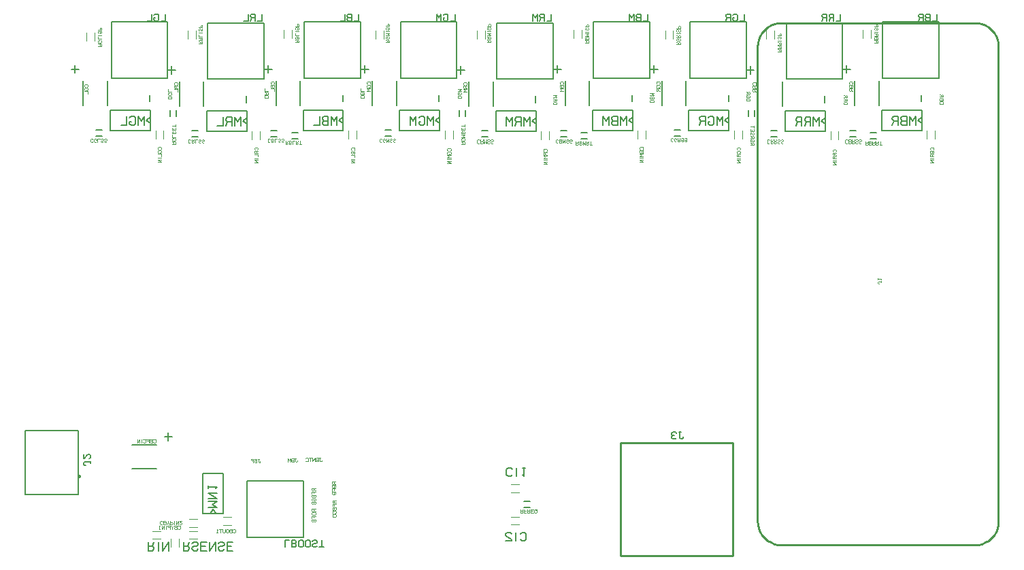
<source format=gbr>
%FSTAX24Y24*%
%MOIN*%
%IN SILK2.GBR *%
%ADD10C,0.0028*%
%ADD11C,0.0040*%
%ADD12C,0.0050*%
%ADD13C,0.0056*%
%ADD14C,0.0071*%
%ADD15C,0.0100*%
D11*X007992Y00187D02*G01X008386D01*Y001476D02*X007992D01*
X015787Y020512D02*Y020906D01*X016181D02*Y020512D01*D12*
X036784Y020598D02*X036484D01*X036784Y020898D02*X036484D01*
X008437Y020598D02*X008137D01*X008437Y020898D02*X008137D01*
X032059Y020637D02*X031759D01*X032059Y020937D02*X031759D01*
X040648Y02059D02*X040348D01*X040648Y02089D02*X040348D01*
X04388Y020915D02*X04192D01*Y021915D01*X04388D01*Y020915D01*Y021265D01*
X04368Y021415D01*X04388Y021565D01*Y020915D01*X022611Y020598D02*
X022311D01*X022611Y020898D02*X022311D01*X021693Y023287D02*Y022106D01*
X022874Y023287D02*Y022106D01*X021299Y024075D02*Y023681D01*
X021102Y023878D02*X021496D01*D11*X027205Y025827D02*Y025433D01*
X026811D02*Y025827D01*X031699Y025793D02*Y0254D01*X031306D02*Y025793D01*
D12*X026474Y02059D02*X026174D01*X026474Y02089D02*X026174D01*
X020236Y022323D02*Y022638D01*X015512Y022323D02*Y022638D01*
X034409Y022323D02*Y022638D01*X024674Y002425D02*X024374D01*
X024674Y002725D02*X024374D01*X024449Y026181D02*X025827D01*Y023425D01*
X023071D01*Y026181D01*X024449D01*X-000059Y004626D02*Y006201D01*
X002539D01*Y003051D01*X-000059D01*Y004626D01*X002579Y003957D02*
X002584Y003976D01*X002598Y003991D01*X002618Y003996D01*
X002638Y003991D01*X002652Y003976D01*X002657Y003957D01*
X002652Y003937D01*X002638Y003923D01*X002618Y003917D01*
X002598Y003923D01*X002584Y003937D01*X002579Y003957D01*
X034431Y020915D02*X032471D01*Y021915D01*X034431D01*Y020915D01*
Y021265D01*X034231Y021415D01*X034431Y021565D01*Y020915D01*
X035702Y021885D02*Y021585D01*X035402Y021885D02*Y021585D01*D11*
X020512Y020512D02*Y020906D01*X020906D02*Y020512D01*D12*
X031142Y023327D02*Y022146D01*X032323Y023327D02*Y022146D01*
X030748Y024114D02*Y02372D01*X030551Y023917D02*X030945D01*
X029685Y022323D02*Y022638D01*X043346Y02622D02*X044724D01*Y023465D01*
X041969D01*Y02622D01*X043346D01*D15*X047638Y001772D02*Y025D01*
X046457Y026181D02*X037008D01*X035827Y001772D02*Y025D01*
X046457Y000591D02*X037008D01*X046457D02*X046641Y000605D01*
X046822Y000648D01*X046993Y000719D01*X047151Y000816D01*
X047292Y000936D01*X047412Y001077D01*X047509Y001235D01*X04758Y001407D01*
X047623Y001587D01*X047638Y001772D01*X035827D02*X035841Y001587D01*
X035885Y001407D01*X035956Y001235D01*X036052Y001077D01*
X036173Y000936D01*X036314Y000816D01*X036472Y000719D01*
X036643Y000648D01*X036823Y000605D01*X037008Y000591D01*Y026181D02*
X036823Y026167D01*X036643Y026123D01*X036472Y026052D01*
X036314Y025956D01*X036173Y025835D01*X036052Y025694D01*
X035956Y025536D01*X035885Y025365D01*X035841Y025185D01*X035827Y025D01*
X047638D02*X047623Y025185D01*X04758Y025365D01*X047509Y025536D01*
X047412Y025694D01*X047292Y025835D01*X047151Y025956D01*
X046993Y026052D01*X046822Y026123D01*X046641Y026167D01*
X046457Y026181D01*D12*X010276D02*X011654D01*Y023425D01*X008898D01*
Y026181D01*X010276D01*X033898Y02622D02*X035276D01*Y023465D01*X03252D01*
Y02622D01*X033898D01*X024961Y022283D02*Y022598D01*D11*
X025236Y020472D02*Y020866D01*X02563D02*Y020472D01*D12*
X016969Y023327D02*Y022146D01*X01815Y023327D02*Y022146D01*
X016575Y024114D02*Y02372D01*X016378Y023917D02*X016772D01*D11*
X02248Y025787D02*Y025394D01*X022087D02*Y025787D01*X008307D02*
Y025394D01*X007913D02*Y025787D01*D12*X007356Y021885D02*Y021585D01*
X007056Y021885D02*Y021585D01*D11*X011063Y020472D02*Y020866D01*
X011457D02*Y020472D01*D12*X019724Y02622D02*X021102D01*Y023465D01*
X018346D01*Y02622D01*X019724D01*X010787Y022283D02*Y022598D01*
X012301Y02059D02*X012001D01*X012301Y02089D02*X012001D01*
X006063Y022323D02*Y022638D01*X00752Y023287D02*Y022106D01*
X008701Y023287D02*Y022106D01*X007126Y024075D02*Y023681D01*
X006929Y023878D02*X007323D01*X012244Y023327D02*Y022146D01*
X013425Y023327D02*Y022146D01*X01185Y024114D02*Y02372D01*
X011654Y023917D02*X012047D01*X041657Y02049D02*X041357D01*
X041657Y02079D02*X041357D01*D11*X041378Y025827D02*Y025433D01*
X040984D02*Y025827D01*X029961Y020512D02*Y020906D01*X030354D02*
Y020512D01*D12*X035866Y023287D02*Y022106D01*X037047Y023287D02*
Y022106D01*X035472Y024075D02*Y023681D01*X035276Y023878D02*X035669D01*
X039134Y022283D02*Y022598D01*X039155Y020876D02*X037195D01*Y021876D01*
X039155D01*Y020876D01*Y021226D01*X038955Y021376D01*X039155Y021526D01*
Y020876D01*X038622Y026181D02*X04D01*Y023425D01*X037244D01*Y026181D01*
X038622D01*X029173Y02622D02*X030551D01*Y023465D01*X027795D01*Y02622D01*
X029173D01*D11*X039409Y020472D02*Y020866D01*X039803D02*Y020472D01*D12*
X027484Y02049D02*X027184D01*X027484Y02079D02*X027184D01*D11*
X02415Y001591D02*X023756D01*Y001984D02*X02415D01*X003353Y025695D02*
Y025301D01*X002959D02*Y025695D01*D12*X002795Y023327D02*Y022146D01*
X003976Y023327D02*Y022146D01*X002402Y024114D02*Y02372D01*
X002205Y023917D02*X002598D01*D11*X010059Y001575D02*X009665D01*
Y001969D02*X010059D01*D12*X012205Y00374D02*X013583D01*Y000984D01*
X010827D01*Y00374D01*X012205D01*D11*X007992Y00128D02*X008386D01*
Y000886D02*X007992D01*X006339Y020512D02*Y020906D01*X006732D02*
Y020512D01*D12*X015533Y020915D02*X013573D01*Y021915D01*X015533D01*
Y020915D01*Y021265D01*X015333Y021415D01*X015533Y021565D01*Y020915D01*
X024982Y020876D02*X023022D01*Y021876D01*X024982D01*Y020876D01*
Y021226D01*X024782Y021376D01*X024982Y021526D01*Y020876D01*
X021529Y021885D02*Y021585D01*X021229Y021885D02*Y021585D01*
X043858Y022323D02*Y022638D01*D11*X013031Y025827D02*Y025433D01*
X012638D02*Y025827D01*D12*X006084Y020915D02*X004124D01*Y021915D01*
X006084D01*Y020915D01*Y021265D01*X005884Y021415D01*X006084Y021565D01*
Y020915D01*X017886Y020637D02*X017586D01*X017886Y020937D02*X017586D01*
D15*X031862Y000083D02*X029106D01*Y005594D01*X034618D01*Y000083D01*
X031862D01*D12*X040591Y023327D02*Y022146D01*X041772Y023327D02*
Y022146D01*X040197Y024114D02*Y02372D01*X04Y023917D02*X040394D01*
X006378Y005512D02*X005197D01*X006378Y004331D02*X005197D01*
X007165Y005906D02*X006772D01*X006969Y006102D02*Y005709D01*D11*
X017526Y025793D02*Y0254D01*X017132D02*Y025793D01*X02415Y003165D02*
X023756D01*Y003559D02*X02415D01*X00748Y000886D02*Y000492D01*X007087D02*
Y000886D01*D12*X005551Y02622D02*X006929D01*Y023465D01*X004173D01*
Y02622D01*X005551D01*X003713Y020637D02*X003413D01*X003713Y020937D02*
X003413D01*D11*X036654Y025787D02*Y025394D01*X03626D02*Y025787D01*D12*
X008671Y002132D02*Y004092D01*X009671D01*Y002132D01*X008671D01*
X009021D01*X009171Y002332D01*X009321Y002132D01*X008671D01*
X010809Y020876D02*X008849D01*Y021876D01*X010809D01*Y020876D01*
Y021226D01*X010609Y021376D01*X010809Y021526D01*Y020876D01*D11*
X034685Y020512D02*Y020906D01*X035079D02*Y020512D01*D12*X015Y02622D02*
X016378D01*Y023465D01*X013622D01*Y02622D01*X015D01*X013311Y02049D02*
X013011D01*X013311Y02079D02*X013011D01*X020258Y020915D02*X018298D01*
Y021915D01*X020258D01*Y020915D01*Y021265D01*X020058Y021415D01*
X020258Y021565D01*Y020915D01*X026417Y023327D02*Y022146D01*
X027598Y023327D02*Y022146D01*X026024Y024114D02*Y02372D01*
X025827Y023917D02*X02622D01*X029706Y020915D02*X027746D01*Y021915D01*
X029706D01*Y020915D01*Y021265D01*X029506Y021415D01*X029706Y021565D01*
Y020915D01*D11*X006181Y00128D02*X006575D01*Y000886D02*X006181D01*
X044134Y020512D02*Y020906D01*X044528D02*Y020512D01*D10*
X016729Y023186D02*X016701Y023214D01*Y023271D01*X016729Y023299D01*
X016842D01*X01687Y023271D01*Y023214D01*X016842Y023186D01*
X016729Y023017D02*X016701Y023046D01*Y023102D01*X016729Y02313D01*
X016842D01*X01687Y023102D01*Y023046D01*X016842Y023017D01*X0168D01*
Y023046D01*X01687Y022961D02*X016701D01*X016786Y022905D01*
X016701Y022849D01*X01687D01*X022579Y025225D02*X022747D01*Y025309D01*
X022719Y025337D01*X022691D01*X022663Y025309D01*X022579Y025337D01*
X022663Y025309D02*Y025225D01*X022579Y025394D02*X022747D01*Y025478D01*
X022719Y025506D01*X022691D01*X022663Y025478D01*X022579Y025506D01*
X022663Y025478D02*Y025394D01*X022579Y025562D02*X022747D01*
X022663Y025619D01*X022747Y025675D01*X022579D01*Y025759D02*X022747D01*
X022719Y025956D02*X022747Y025928D01*Y025872D01*X022719Y025844D01*
X022691D01*X022663Y025872D01*Y025928D01*X022635Y025956D01*X022607D01*
X022579Y025928D01*Y025872D01*X022607Y025844D01*X022579Y026012D02*
X022747D01*Y026097D01*X022719Y026125D01*X022691D01*X022663Y026097D01*
Y026012D01*X008465Y025166D02*X008633D01*Y02525D01*X008605Y025278D01*
X008577D01*X008549Y02525D01*X008465Y025278D01*X008549Y02525D02*
Y025166D01*X008465Y025335D02*X008633D01*Y025419D01*X008605Y025447D01*
X008577D01*X008549Y025419D01*X008465Y025447D01*X008549Y025419D02*
Y025335D01*X008633Y025503D02*X008465D01*Y025616D01*Y0257D02*X008633D01*
X008605Y025897D02*X008633Y025869D01*Y025813D01*X008605Y025785D01*
X008577D01*X008549Y025813D01*Y025869D01*X008521Y025897D01*X008493D01*
X008465Y025869D01*Y025813D01*X008493Y025785D01*X008465Y025953D02*
X008633D01*Y026038D01*X008605Y026066D01*X008577D01*X008549Y026038D01*
Y025953D01*X013279Y004722D02*Y004693D01*X013251Y004665D01*X013223D01*
X013195Y004693D01*Y004834D01*X013223D01*X013166D01*X01311Y004665D02*
Y004834D01*X013026D01*X012998Y004806D01*Y004778D01*X013026Y00475D01*
X012998Y004722D01*Y004693D01*X013026Y004665D01*X01311D01*
X013026Y00475D02*X01311D01*X012942Y004665D02*Y004834D01*
X012885Y00475D01*X012829Y004834D01*Y004665D01*X007146Y020245D02*
X007314D01*Y020329D01*X007286Y020357D01*X007258D01*X00723Y020329D01*
X007146Y020357D01*X00723Y020329D02*Y020245D01*X007286Y020526D02*
X007314Y020498D01*Y020442D01*X007286Y020413D01*X007174D01*
X007146Y020442D01*Y020498D01*X007174Y020526D01*X007216D01*Y020498D01*
X007314Y020582D02*X007146D01*Y020695D01*X007286Y020863D02*
X007314Y020835D01*Y020779D01*X007286Y020751D01*X007258D01*
X00723Y020779D01*Y020835D01*X007202Y020863D01*X007174D01*
X007146Y020835D01*Y020779D01*X007174Y020751D01*X007314Y021032D02*
Y02092D01*X00723D01*X007146D01*Y021032D01*X00723Y02092D02*Y021004D01*
X007146Y021145D02*X007314D01*Y021201D01*Y021145D02*Y021088D01*
X011218Y019958D02*X01119Y019986D01*Y020042D01*X011218Y02007D01*
X01133D01*X011358Y020042D01*Y019986D01*X01133Y019958D01*
X011358Y019902D02*X01119D01*Y019817D01*X011218Y019789D01*X011246D01*
X011274Y019817D01*X011358Y019789D01*X011274Y019817D02*Y019902D01*
X01119Y019733D02*X011358D01*Y01962D01*Y019536D02*X01119D01*
X011358Y019452D02*X01119D01*X011358Y019339D01*X01119D01*
X006676Y001631D02*X006648Y001603D01*X006592D01*X006564Y001631D01*
Y001744D01*X006592Y001772D01*X006648D01*X006676Y001744D01*
X006732Y001772D02*Y001603D01*X006817D01*X006845Y001631D01*Y001659D01*
X006817Y001687D01*X006845Y001715D01*Y001744D01*X006817Y001772D01*
X006732D01*X006817Y001687D02*X006732D01*X006901Y001603D02*
X006957Y001687D01*Y001772D01*Y001687D02*X007014Y001603D01*
X00707Y001772D02*Y001603D01*X007154D01*X007182Y001631D01*Y001659D01*
X007154Y001687D01*X00707D01*X007267Y001772D02*Y001603D01*
X007351Y001772D02*Y001603D01*X007463Y001772D01*Y001603D01*
X00752Y001631D02*X007548Y001603D01*X007604D01*X007632Y001631D01*
Y001659D01*X007604Y001687D01*X00752Y001744D01*Y001772D01*X007632D01*
X015962Y019938D02*X015934Y019966D01*Y020022D01*X015962Y020051D01*
X016074D01*X016102Y020022D01*Y019966D01*X016074Y019938D01*
X016102Y019882D02*X015934D01*Y019798D01*X015962Y019769D01*X01599D01*
X016018Y019798D01*X016046Y019769D01*X016074D01*X016102Y019798D01*
Y019882D01*X016018Y019798D02*Y019882D01*X015934Y019713D02*X016102D01*
Y019601D01*Y019516D02*X015934D01*X016102Y019432D02*X015934D01*
X016102Y019319D01*X015934D01*X03642Y020312D02*X036392Y020284D01*
X036336D01*X036308Y020312D01*Y020425D01*X036336Y020453D01*X036392D01*
X03642Y020425D01*X036476Y020453D02*Y020284D01*X036561D01*
X036589Y020312D01*Y02034D01*X036561Y020368D01*X036589Y020453D01*
X036561Y020368D02*X036476D01*X036645Y020453D02*Y020284D01*X036729D01*
X036758Y020312D01*Y02034D01*X036729Y020368D01*X036758Y020453D01*
X036729Y020368D02*X036645D01*X036926Y020312D02*X036898Y020284D01*
X036842D01*X036814Y020312D01*Y02034D01*X036842Y020368D01*X036898D01*
X036926Y020397D01*Y020425D01*X036898Y020453D01*X036842D01*
X036814Y020425D01*X037095Y020312D02*X037067Y020284D01*X037011D01*
X036983Y020312D01*Y02034D01*X037011Y020368D01*X037067D01*
X037095Y020397D01*Y020425D01*X037067Y020453D01*X037011D01*
X036983Y020425D01*X008054Y020332D02*X008026Y020304D01*X00797D01*
X007942Y020332D01*Y020444D01*X00797Y020472D01*X008026D01*
X008054Y020444D01*X00811Y020472D02*Y020304D01*X008195D01*
X008223Y020332D01*Y02036D01*X008195Y020388D01*X008223Y020472D01*
X008195Y020388D02*X00811D01*X008279Y020304D02*Y020472D01*X008391D01*
X00856Y020332D02*X008532Y020304D01*X008476D01*X008448Y020332D01*
Y02036D01*X008476Y020388D01*X008532D01*X00856Y020416D01*Y020444D01*
X008532Y020472D01*X008476D01*X008448Y020444D01*X008729Y020332D02*
X008701Y020304D01*X008645D01*X008616Y020332D01*Y02036D01*
X008645Y020388D01*X008701D01*X008729Y020416D01*Y020444D01*
X008701Y020472D01*X008645D01*X008616Y020444D01*X031696Y020391D02*
X031668Y020363D01*X031611D01*X031583Y020391D01*Y020503D01*
X031611Y020531D01*X031668D01*X031696Y020503D01*X031864Y020391D02*
X031836Y020363D01*X03178D01*X031752Y020391D01*Y020503D01*
X03178Y020531D01*X031836D01*X031864Y020503D01*Y020461D01*X031836D01*
X031921Y020531D02*Y020363D01*X032005D01*X032033Y020391D01*Y020419D01*
X032005Y020447D01*X032033Y020531D01*X032005Y020447D02*X031921D01*
X032202Y020391D02*X032174Y020363D01*X032118D01*X032089Y020391D01*
Y020419D01*X032118Y020447D01*X032174D01*X032202Y020475D01*Y020503D01*
X032174Y020531D01*X032118D01*X032089Y020503D01*X032371Y020391D02*
X032343Y020363D01*X032286D01*X032258Y020391D01*Y020419D01*
X032286Y020447D01*X032343D01*X032371Y020475D01*Y020503D01*
X032343Y020531D01*X032286D01*X032258Y020503D01*X040239Y020312D02*
X040211Y020284D01*X040155D01*X040127Y020312D01*Y020425D01*
X040155Y020453D01*X040211D01*X040239Y020425D01*X040295Y020453D02*
Y020284D01*X04038D01*X040408Y020312D01*Y02034D01*X04038Y020368D01*
X040408Y020397D01*Y020425D01*X04038Y020453D01*X040295D01*
X04038Y020368D02*X040295D01*X040464Y020453D02*Y020284D01*X040548D01*
X040576Y020312D01*Y02034D01*X040548Y020368D01*X040576Y020453D01*
X040548Y020368D02*X040464D01*X040745Y020312D02*X040717Y020284D01*
X040661D01*X040633Y020312D01*Y02034D01*X040661Y020368D01*X040717D01*
X040745Y020397D01*Y020425D01*X040717Y020453D01*X040661D01*
X040633Y020425D01*X040914Y020312D02*X040886Y020284D01*X04083D01*
X040801Y020312D01*Y02034D01*X04083Y020368D01*X040886D01*
X040914Y020397D01*Y020425D01*X040886Y020453D01*X04083D01*
X040801Y020425D01*D13*X039904Y026617D02*Y02628D01*X039679D01*
X039567D02*Y026617D01*X039398D01*X039342Y026561D01*Y026504D01*
X039398Y026448D01*X039342Y02628D01*X039398Y026448D02*X039567D01*
X039229Y02628D02*Y026617D01*X039061D01*X039004Y026561D01*Y026504D01*
X039061Y026448D01*X039004Y02628D01*X039061Y026448D02*X039229D01*D10*
X025967Y022306D02*X025996Y022278D01*Y022193D01*X025827D01*Y022278D01*
X025855Y022306D01*X025967D01*X025827Y022362D02*X025996D01*Y022447D01*
X025967Y022475D01*X025939D01*X025911Y022447D01*X025827Y022475D01*
X025911Y022447D02*Y022362D01*X025827Y022531D02*X025996D01*
X025911Y022587D01*X025996Y022643D01*X025827D01*X025371Y019879D02*
X025343Y019907D01*Y019963D01*X025371Y019992D01*X025484D01*
X025512Y019963D01*Y019907D01*X025484Y019879D01*X025512Y019823D02*
X025343D01*Y019738D01*X025371Y01971D01*X025399D01*X025427Y019738D01*
X025512Y01971D01*X025427Y019738D02*Y019823D01*X025512Y019654D02*
X025343D01*X025427Y019598D01*X025343Y019542D01*X025512D01*Y019457D02*
X025343D01*X025512Y019373D02*X025343D01*X025512Y01926D01*X025343D01*
X017624Y025231D02*X017793D01*Y025315D01*X017765Y025343D01*X017737D01*
X017709Y025315D01*X017624Y025343D01*X017709Y025315D02*Y025231D01*
X017765Y025512D02*X017793Y025484D01*Y025428D01*X017765Y0254D01*
X017653D01*X017624Y025428D01*Y025484D01*X017653Y025512D01*X017695D01*
Y025484D01*X017624Y025568D02*X017793D01*X017709Y025625D01*
X017793Y025681D01*X017624D01*Y025765D02*X017793D01*X017765Y025962D02*
X017793Y025934D01*Y025878D01*X017765Y02585D01*X017737D01*
X017709Y025878D01*Y025934D01*X017681Y025962D01*X017653D01*
X017624Y025934D01*Y025878D01*X017653Y02585D01*X017624Y026018D02*
X017793D01*Y026103D01*X017765Y026131D01*X017737D01*X017709Y026103D01*
Y026018D01*D14*X02382Y004027D02*X023748Y003955D01*X023605D01*
X023534Y004027D01*Y004312D01*X023605Y004384D01*X023748D01*
X02382Y004312D01*X024034Y004384D02*Y003955D01*X02432Y004027D02*
X024391Y003955D01*Y004384D01*X024463D01*X024391D02*X02432D01*
X043578Y021165D02*Y021594D01*X043435Y021379D01*X043292Y021594D01*
Y021165D01*X04315D02*Y021594D01*X042935D01*X042864Y021522D01*
Y021451D01*X042935Y021379D01*X042864Y021308D01*Y021236D01*
X042935Y021165D01*X04315D01*X042935Y021379D02*X04315D01*
X042721Y021165D02*Y021594D01*X042507D01*X042435Y021522D01*Y021451D01*
X042507Y021379D01*X042435Y021165D01*X042507Y021379D02*X042721D01*D10*
X022208Y020312D02*X022179Y020284D01*X022123D01*X022095Y020312D01*
Y020425D01*X022123Y020453D01*X022179D01*X022208Y020425D01*
X022264Y020453D02*Y020284D01*X022348D01*X022376Y020312D01*Y02034D01*
X022348Y020368D01*X022376Y020453D01*X022348Y020368D02*X022264D01*
X022433Y020453D02*Y020284D01*X022489Y020368D01*X022545Y020284D01*
Y020453D01*X022714Y020312D02*X022686Y020284D01*X022629D01*
X022601Y020312D01*Y02034D01*X022629Y020368D01*X022686D01*
X022714Y020397D01*Y020425D01*X022686Y020453D01*X022629D01*
X022601Y020425D01*X022882Y020312D02*X022854Y020284D01*X022798D01*
X02277Y020312D01*Y02034D01*X022798Y020368D01*X022854D01*
X022882Y020397D01*Y020425D01*X022854Y020453D01*X022798D01*
X02277Y020425D01*X021454Y023147D02*X021426Y023175D01*Y023231D01*
X021454Y023259D01*X021566D01*X021594Y023231D01*Y023175D01*
X021566Y023147D01*X021594Y023091D02*X021426D01*Y023006D01*
X021454Y022978D01*X021482D01*X02151Y023006D01*X021594Y022978D01*
X02151Y023006D02*Y023091D01*X021594Y022922D02*X021426D01*
X02151Y022866D01*X021426Y022809D01*X021594D01*X027382Y025205D02*
X027551D01*Y02529D01*X027522Y025318D01*X027494D01*X027466Y02529D01*
X027382Y025318D01*X027466Y02529D02*Y025205D01*X027382Y025374D02*
X027551D01*Y025458D01*X027522Y025486D01*X027494D01*X027466Y025458D01*
X027438Y025486D01*X02741D01*X027382Y025458D01*Y025374D01*
X027466Y025458D02*Y025374D01*X027382Y025543D02*X027551D01*
X027466Y025599D01*X027551Y025655D01*X027382D01*Y02574D02*X027551D01*
X027522Y025936D02*X027551Y025908D01*Y025852D01*X027522Y025824D01*
X027494D01*X027466Y025852D01*Y025908D01*X027438Y025936D01*X02741D01*
X027382Y025908D01*Y025852D01*X02741Y025824D01*X027382Y025993D02*
X027551D01*Y026077D01*X027522Y026105D01*X027494D01*X027466Y026077D01*
Y025993D01*X03187Y025127D02*X032039D01*Y025211D01*X032011Y025239D01*
X031983D01*X031954Y025211D01*X03187Y025239D01*X031954Y025211D02*
Y025127D01*X032011Y025408D02*X032039Y02538D01*Y025323D01*
X032011Y025295D01*X031898D01*X03187Y025323D01*Y02538D01*
X031898Y025408D01*X03194D01*Y02538D01*X03187Y025464D02*X032039D01*
Y025548D01*X032011Y025576D01*X031983D01*X031954Y025548D01*
X03187Y025576D01*X031954Y025548D02*Y025464D01*X03187Y025661D02*
X032039D01*X032011Y025858D02*X032039Y02583D01*Y025773D01*
X032011Y025745D01*X031983D01*X031954Y025773D01*Y02583D01*
X031926Y025858D01*X031898D01*X03187Y02583D01*Y025773D01*
X031898Y025745D01*X03187Y025914D02*X032039D01*Y025998D01*
X032011Y026026D01*X031983D01*X031954Y025998D01*Y025914D01*
X026066Y020332D02*X026038Y020304D01*X025981D01*X025953Y020332D01*
Y020444D01*X025981Y020472D01*X026038D01*X026066Y020444D01*
X026122Y020472D02*Y020304D01*X026206D01*X026235Y020332D01*Y02036D01*
X026206Y020388D01*X026235Y020416D01*Y020444D01*X026206Y020472D01*
X026122D01*X026206Y020388D02*X026122D01*X026291Y020472D02*Y020304D01*
X026347Y020388D01*X026403Y020304D01*Y020472D01*X026572Y020332D02*
X026544Y020304D01*X026488D01*X02646Y020332D01*Y02036D01*
X026488Y020388D01*X026544D01*X026572Y020416D01*Y020444D01*
X026544Y020472D01*X026488D01*X02646Y020444D01*X026741Y020332D02*
X026713Y020304D01*X026656D01*X026628Y020332D01*Y02036D01*
X026656Y020388D01*X026713D01*X026741Y020416D01*Y020444D01*
X026713Y020472D01*X026656D01*X026628Y020444D01*X021282Y022601D02*
X02131Y022573D01*Y022489D01*X021142D01*Y022573D01*X02117Y022601D01*
X021282D01*Y02277D02*X02131Y022742D01*Y022686D01*X021282Y022657D01*
X02117D01*X021142Y022686D01*Y022742D01*X02117Y02277D01*X021212D01*
Y022742D01*X021142Y022826D02*X02131D01*X021226Y022882D01*
X02131Y022939D01*X021142D01*X016538Y022621D02*X016566Y022593D01*
Y022508D01*X016398D01*Y022593D01*X016426Y022621D01*X016538D01*
X016398Y022677D02*X016566D01*Y022762D01*X016538Y02279D01*X01651D01*
X016482Y022762D01*X016454Y02279D01*X016426D01*X016398Y022762D01*
Y022677D01*X016482Y022762D02*Y022677D01*X016566Y022846D02*X016398D01*
Y022958D01*X035416Y022463D02*X035444Y022435D01*Y022351D01*X035276D01*
Y022435D01*X035304Y022463D01*X035416D01*Y022632D02*X035444Y022604D01*
Y022548D01*X035416Y02252D01*X035304D01*X035276Y022548D01*Y022604D01*
X035304Y022632D01*X035346D01*Y022604D01*X035276Y022688D02*X035444D01*
Y022773D01*X035416Y022801D01*X035388D01*X03536Y022773D01*
X035276Y022801D01*X03536Y022773D02*Y022688D01*X024221Y002343D02*
Y002174D01*X024305D01*X024334Y002202D01*Y00223D01*X024305Y002258D01*
X024334Y002343D01*X024305Y002258D02*X024221D01*X024502Y002174D02*
X02439D01*Y002258D01*Y002343D01*Y002258D02*X024474D01*
X024558Y002343D02*Y002174D01*X024643D01*X024671Y002202D01*Y00223D01*
X024643Y002258D01*X024671Y002343D01*X024643Y002258D02*X024558D01*
X02484Y002174D02*X024727D01*Y002258D01*Y002343D01*X02484D01*
X024727Y002258D02*X024812D01*X025008Y002314D02*Y002202D01*
X02498Y002174D01*X024924D01*X024896Y002202D01*Y002314D01*
X024924Y002343D01*X02498D01*X025008Y002314D01*X024952Y002286D02*
X025008Y002343D01*D13*X025731Y026617D02*Y02628D01*X025506D01*
X025394D02*Y026617D01*X025225D01*X025169Y026561D01*Y026504D01*
X025225Y026448D01*X025169Y02628D01*X025225Y026448D02*X025394D01*
X025056Y02628D02*Y026617D01*X024944Y026448D01*X024831Y026617D01*
Y02628D01*X002927Y004485D02*X002871D01*X002815Y004542D01*Y004598D01*
X002871Y004654D01*X003152D01*Y004598D01*Y00471D01*X003096Y004823D02*
X003152Y004879D01*Y004992D01*X003096Y005048D01*X00304D01*
X002984Y004992D01*X002871Y004823D01*X002815D01*Y005048D01*D14*
X034129Y021165D02*Y021594D01*X033986Y021379D01*X033844Y021594D01*
Y021165D01*X033415Y021522D02*X033486Y021594D01*X033629D01*
X033701Y021522D01*Y021236D01*X033629Y021165D01*X033486D01*
X033415Y021236D01*Y021344D01*X033486D01*X033272Y021165D02*Y021594D01*
X033058D01*X032986Y021522D01*Y021451D01*X033058Y021379D01*
X032986Y021165D01*X033058Y021379D02*X033272D01*D10*X035472Y020186D02*
X035641D01*Y02027D01*X035613Y020298D01*X035585D01*X035557Y02027D01*
X035472Y020298D01*X035557Y02027D02*Y020186D01*X035613Y020467D02*
X035641Y020439D01*Y020382D01*X035613Y020354D01*X035501D01*
X035472Y020382D01*Y020439D01*X035501Y020467D01*X035543D01*Y020439D01*
X035472Y020523D02*X035641D01*Y020607D01*X035613Y020636D01*X035585D01*
X035557Y020607D01*X035472Y020636D01*X035557Y020607D02*Y020523D01*
X035613Y020804D02*X035641Y020776D01*Y02072D01*X035613Y020692D01*
X035585D01*X035557Y02072D01*Y020776D01*X035529Y020804D01*X035501D01*
X035472Y020776D01*Y02072D01*X035501Y020692D01*X035641Y020973D02*
Y020861D01*X035557D01*X035472D01*Y020973D01*X035557Y020861D02*
Y020945D01*X035472Y021085D02*X035641D01*Y021142D01*Y021085D02*
Y021029D01*X020666Y019918D02*X020638Y019947D01*Y020003D01*
X020666Y020031D01*X020779D01*X020807Y020003D01*Y019947D01*
X020779Y019918D01*X020666Y01975D02*X020638Y019778D01*Y019834D01*
X020666Y019862D01*X020779D01*X020807Y019834D01*Y019778D01*
X020779Y01975D01*X020737D01*Y019778D01*X020807Y019693D02*X020638D01*
X020723Y019637D01*X020638Y019581D01*X020807D01*Y019497D02*X020638D01*
X020807Y019412D02*X020638D01*X020807Y0193D01*X020638D01*
X015157Y003692D02*X014989D01*Y003608D01*X015017Y00358D01*X015045D01*
X015073Y003608D01*X015157Y00358D01*X015073Y003608D02*Y003692D01*
X015157Y003524D02*X014989D01*Y003439D01*X015017Y003411D01*X015045D01*
X015073Y003439D01*X015101Y003411D01*X015129D01*X015157Y003439D01*
Y003524D01*X015073Y003439D02*Y003524D01*X014989Y003242D02*Y003355D01*
X015073D01*X015157D01*X015073D02*Y003271D01*X015157Y003186D02*
X014989D01*Y003102D01*X015017Y003074D01*X015045D01*X015073Y003102D01*
X015101Y003074D01*X015129D01*X015157Y003102D01*Y003186D01*
X015073Y003102D02*Y003186D01*X030903Y023186D02*X030875Y023214D01*
Y023271D01*X030903Y023299D01*X031015D01*X031043Y023271D01*Y023214D01*
X031015Y023186D01*X030903Y023017D02*X030875Y023046D01*Y023102D01*
X030903Y02313D01*X031015D01*X031043Y023102D01*Y023046D01*
X031015Y023017D01*X030973D01*Y023046D01*X031043Y022961D02*X030875D01*
Y022877D01*X030903Y022849D01*X030931D01*X030959Y022877D01*
X031043Y022849D01*X030959Y022877D02*Y022961D01*X030711Y022404D02*
X03074Y022376D01*Y022292D01*X030571D01*Y022376D01*X030599Y022404D01*
X030711D01*X030571Y022461D02*X03074D01*Y022545D01*X030711Y022573D01*
X030683D01*X030655Y022545D01*X030627Y022573D01*X030599D01*
X030571Y022545D01*Y022461D01*X030655Y022545D02*Y022461D01*
X030571Y022629D02*X03074D01*X030655Y022686D01*X03074Y022742D01*
X030571D01*D13*X044629Y026617D02*Y02628D01*X044404D01*X044291D02*
Y026617D01*X044123D01*X044066Y026561D01*Y026504D01*X044123Y026448D01*
X044066Y026392D01*Y026336D01*X044123Y02628D01*X044291D01*
X044123Y026448D02*X044291D01*X043954Y02628D02*Y026617D01*X043785D01*
X043729Y026561D01*Y026504D01*X043785Y026448D01*X043729Y02628D01*
X043785Y026448D02*X043954D01*D10*X041789Y013414D02*X04176D01*
X041732Y013442D01*Y01347D01*X04176Y013498D01*X041901D01*Y01347D01*
Y013526D01*X041873Y013611D02*X041901Y013639D01*X041732D01*Y013667D01*
Y013639D02*Y013611D01*D13*X011558Y026617D02*Y02628D01*X011333D01*
X01122D02*Y026617D01*X011052D01*X010996Y026561D01*Y026504D01*
X011052Y026448D01*X010996Y02628D01*X011052Y026448D02*X01122D01*
X010883Y026617D02*Y02628D01*X010658D01*X03518Y026617D02*Y02628D01*
X034955D01*X034618Y026561D02*X034674Y026617D01*X034786D01*
X034843Y026561D01*Y026336D01*X034786Y02628D01*X034674D01*
X034618Y026336D01*Y02642D01*X034674D01*X034505Y02628D02*Y026617D01*
X034336D01*X03428Y026561D01*Y026504D01*X034336Y026448D01*
X03428Y02628D01*X034336Y026448D02*X034505D01*X021007Y026617D02*
Y02628D01*X020782D01*X020444Y026561D02*X020501Y026617D01*X020613D01*
X020669Y026561D01*Y026336D01*X020613Y02628D01*X020501D01*
X020444Y026336D01*Y02642D01*X020501D01*X020332Y02628D02*Y026617D01*
X020219Y026448D01*X020107Y026617D01*Y02628D01*D10*X011814Y022621D02*
X011842Y022593D01*Y022508D01*X011673D01*Y022593D01*X011701Y022621D01*
X011814D01*X011673Y022677D02*X011842D01*Y022762D01*X011814Y02279D01*
X011786D01*X011758Y022762D01*X011673Y02279D01*X011758Y022762D02*
Y022677D01*X011842Y022846D02*X011673D01*Y022958D01*X015177Y002767D02*
X015008D01*Y002683D01*X015037Y002655D01*X015065D01*X015093Y002683D01*
X015177Y002655D01*X015093Y002683D02*Y002767D01*X015008Y002486D02*
Y002598D01*X015093D01*X015177D01*X015093D02*Y002514D01*
X015177Y00243D02*X015008D01*Y002345D01*X015037Y002317D01*X015065D01*
X015093Y002345D01*X015121Y002317D01*X015149D01*X015177Y002345D01*
Y00243D01*X015093Y002345D02*Y00243D01*X015037Y002148D02*
X015008Y002177D01*Y002233D01*X015037Y002261D01*X015149D01*
X015177Y002233D01*Y002177D01*X015149Y002148D01*X015107D01*Y002177D01*
X015037Y00198D02*X015008Y002008D01*Y002064D01*X015037Y002092D01*
X015149D01*X015177Y002064D01*Y002008D01*X015149Y00198D01*X015037D01*
X014173Y002354D02*X014004D01*Y002269D01*X014033Y002241D01*X014061D01*
X014089Y002269D01*X014173Y002241D01*X014089Y002269D02*Y002354D01*
X014033Y002073D02*X014004Y002101D01*Y002157D01*X014033Y002185D01*
X014145D01*X014173Y002157D01*Y002101D01*X014145Y002073D01*X014033D01*
X014004Y001904D02*Y002016D01*X014089D01*X014173D01*X014089D02*
Y001932D01*X014173Y001848D02*X014004D01*Y001763D01*X014033Y001735D01*
X014061D01*X014089Y001763D01*X014117Y001735D01*X014145D01*
X014173Y001763D01*Y001848D01*X014089Y001763D02*Y001848D01*
X011952Y020352D02*X011924Y020323D01*X011867D01*X011839Y020352D01*
Y020464D01*X011867Y020492D01*X011924D01*X011952Y020464D01*
X012008Y020492D02*Y020323D01*X012092D01*X01212Y020352D01*Y02038D01*
X012092Y020408D01*X01212Y020436D01*Y020464D01*X012092Y020492D01*
X012008D01*X012092Y020408D02*X012008D01*X012177Y020323D02*Y020492D01*
X012289D01*X012458Y020352D02*X01243Y020323D01*X012373D01*
X012345Y020352D01*Y02038D01*X012373Y020408D01*X01243D01*
X012458Y020436D01*Y020464D01*X01243Y020492D01*X012373D01*
X012345Y020464D01*X012627Y020352D02*X012598Y020323D01*X012542D01*
X012514Y020352D01*Y02038D01*X012542Y020408D01*X012598D01*
X012627Y020436D01*Y020464D01*X012598Y020492D01*X012542D01*
X012514Y020464D01*X007089Y022582D02*X007118Y022553D01*Y022469D01*
X006949D01*Y022553D01*X006977Y022582D01*X007089D01*Y02275D02*
X007118Y022722D01*Y022666D01*X007089Y022638D01*X006977D01*
X006949Y022666D01*Y022722D01*X006977Y02275D01*X007019D01*Y022722D01*
X007118Y022807D02*X006949D01*Y022919D01*X007281Y023147D02*
X007253Y023175D01*Y023231D01*X007281Y023259D01*X007393D01*
X007421Y023231D01*Y023175D01*X007393Y023147D01*X007421Y023091D02*
X007253D01*Y023006D01*X007281Y022978D01*X007309D01*X007337Y023006D01*
X007421Y022978D01*X007337Y023006D02*Y023091D01*X007253Y022922D02*
X007421D01*Y022809D01*X012005Y023186D02*X011977Y023214D01*Y023271D01*
X012005Y023299D01*X012118D01*X012146Y023271D01*Y023214D01*
X012118Y023186D01*X012146Y02313D02*X011977D01*Y023046D01*
X012005Y023017D01*X012033D01*X012061Y023046D01*X012089Y023017D01*
X012118D01*X012146Y023046D01*Y02313D01*X012061Y023046D02*Y02313D01*
X011977Y022961D02*X012146D01*Y022849D01*X04113Y020374D02*Y020205D01*
X041215D01*X041243Y020233D01*Y020262D01*X041215Y02029D01*
X041243Y020374D01*X041215Y02029D02*X04113D01*X041299Y020374D02*
Y020205D01*X041384D01*X041412Y020233D01*Y020262D01*X041384Y02029D01*
X041412Y020318D01*Y020346D01*X041384Y020374D01*X041299D01*
X041384Y02029D02*X041299D01*X041468Y020374D02*Y020205D01*X041552D01*
X04158Y020233D01*Y020262D01*X041552Y02029D01*X04158Y020374D01*
X041552Y02029D02*X041468D01*X041637Y020374D02*Y020205D01*X041721D01*
X041749Y020233D01*Y020262D01*X041721Y02029D01*X041749Y020374D01*
X041721Y02029D02*X041637D01*X041862Y020374D02*Y020205D01*X041918D01*
X041862D02*X041805D01*X041555Y025205D02*X041724D01*Y02529D01*
X041696Y025318D01*X041668D01*X041639Y02529D01*X041555Y025318D01*
X041639Y02529D02*Y025205D01*X041555Y025374D02*X041724D01*Y025458D01*
X041696Y025486D01*X041668D01*X041639Y025458D01*X041611Y025486D01*
X041583D01*X041555Y025458D01*Y025374D01*X041639Y025458D02*Y025374D01*
X041555Y025543D02*X041724D01*Y025627D01*X041696Y025655D01*X041668D01*
X041639Y025627D01*X041555Y025655D01*X041639Y025627D02*Y025543D01*
X041555Y02574D02*X041724D01*X041696Y025936D02*X041724Y025908D01*
Y025852D01*X041696Y025824D01*X041668D01*X041639Y025852D01*Y025908D01*
X041611Y025936D01*X041583D01*X041555Y025908D01*Y025852D01*
X041583Y025824D01*X041555Y025993D02*X041724D01*Y026077D01*
X041696Y026105D01*X041668D01*X041639Y026077D01*Y025993D01*
X030096Y019978D02*X030067Y020006D01*Y020062D01*X030096Y02009D01*
X030208D01*X030236Y020062D01*Y020006D01*X030208Y019978D01*
X030236Y019921D02*X030067D01*Y019837D01*X030096Y019809D01*X030124D01*
X030152Y019837D01*X03018Y019809D01*X030208D01*X030236Y019837D01*
Y019921D01*X030152Y019837D02*Y019921D01*X030236Y019753D02*X030067D01*
X030152Y019696D01*X030067Y01964D01*X030236D01*Y019556D02*X030067D01*
X030236Y019471D02*X030067D01*X030236Y019359D01*X030067D01*
X035627Y023147D02*X035599Y023175D01*Y023231D01*X035627Y023259D01*
X03574D01*X035768Y023231D01*Y023175D01*X03574Y023147D01*
X035768Y023091D02*X035599D01*Y023006D01*X035627Y022978D01*X035655D01*
X035683Y023006D01*X035768Y022978D01*X035683Y023006D02*Y023091D01*
X035768Y022922D02*X035599D01*Y022837D01*X035627Y022809D01*X035655D01*
X035683Y022837D01*X035768Y022809D01*X035683Y022837D02*Y022922D01*
X0402Y022306D02*X040228Y022278D01*Y022193D01*X040059D01*Y022278D01*
X040087Y022306D01*X0402D01*X040059Y022362D02*X040228D01*Y022447D01*
X0402Y022475D01*X040172D01*X040143Y022447D01*X040059Y022475D01*
X040143Y022447D02*Y022362D01*X040059Y022531D02*X040228D01*Y022615D01*
X0402Y022643D01*X040172D01*X040143Y022615D01*X040059Y022643D01*
X040143Y022615D02*Y022531D01*D14*X038854Y021126D02*Y021554D01*
X038711Y02134D01*X038568Y021554D01*Y021126D01*X038425D02*Y021554D01*
X038211D01*X038139Y021483D01*Y021411D01*X038211Y02134D01*
X038139Y021126D01*X038211Y02134D02*X038425D01*X037997Y021126D02*
Y021554D01*X037782D01*X037711Y021483D01*Y021411D01*X037782Y02134D01*
X037711Y021126D01*X037782Y02134D02*X037997D01*D13*X030456Y026617D02*
Y02628D01*X030231D01*X030118D02*Y026617D01*X029949D01*
X029893Y026561D01*Y026504D01*X029949Y026448D01*X029893Y026392D01*
Y026336D01*X029949Y02628D01*X030118D01*X029949Y026448D02*X030118D01*
X029781Y02628D02*Y026617D01*X029668Y026448D01*X029556Y026617D01*
Y02628D01*D10*X039544Y019859D02*X039516Y019888D01*Y019944D01*
X039544Y019972D01*X039657D01*X039685Y019944D01*Y019888D01*
X039657Y019859D01*X039685Y019803D02*X039516D01*Y019719D01*
X039544Y019691D01*X039573D01*X039601Y019719D01*X039685Y019691D01*
X039601Y019719D02*Y019803D01*X039685Y019634D02*X039516D01*Y01955D01*
X039544Y019522D01*X039573D01*X039601Y01955D01*X039685Y019522D01*
X039601Y01955D02*Y019634D01*X039685Y019438D02*X039516D01*
X039685Y019353D02*X039516D01*X039685Y019241D01*X039516D01*
X026938Y020374D02*Y020205D01*X027022D01*X02705Y020233D01*Y020262D01*
X027022Y02029D01*X02705Y020374D01*X027022Y02029D02*X026938D01*
X027106Y020374D02*Y020205D01*X027191D01*X027219Y020233D01*Y020262D01*
X027191Y02029D01*X027219Y020318D01*Y020346D01*X027191Y020374D01*
X027106D01*X027191Y02029D02*X027106D01*X027275Y020374D02*Y020205D01*
X027331Y02029D01*X027388Y020205D01*Y020374D01*X027444D02*Y020205D01*
X027528D01*X027556Y020233D01*Y020262D01*X027528Y02029D01*
X027556Y020374D01*X027528Y02029D02*X027444D01*X027669Y020374D02*
Y020205D01*X027725D01*X027669D02*X027612D01*D14*X024212Y001145D02*
X024283Y001216D01*X024426D01*X024497Y001145D01*Y000859D01*
X024426Y000787D01*X024283D01*X024212Y000859D01*X023997Y000787D02*
Y001216D01*X023783Y001145D02*X023712Y001216D01*X023569D01*
X023497Y001145D01*Y001073D01*X023569Y001002D01*X023783Y000859D01*
Y000787D01*X023497D01*D10*X003524Y025048D02*X003692D01*Y025132D01*
X003664Y02516D01*X003636D01*X003608Y025132D01*X003524Y02516D01*
X003608Y025132D02*Y025048D01*X003664Y025329D02*X003692Y025301D01*
Y025245D01*X003664Y025217D01*X003552D01*X003524Y025245D01*Y025301D01*
X003552Y025329D01*X003594D01*Y025301D01*X003692Y025385D02*X003524D01*
Y025498D01*Y025582D02*X003692D01*X003664Y025779D02*X003692Y025751D01*
Y025695D01*X003664Y025666D01*X003636D01*X003608Y025695D01*Y025751D01*
X00358Y025779D01*X003552D01*X003524Y025751D01*Y025695D01*
X003552Y025666D01*X003524Y025835D02*X003692D01*Y02592D01*
X003664Y025948D01*X003636D01*X003608Y02592D01*Y025835D01*
X002891Y023048D02*X002863Y023076D01*Y023133D01*X002891Y023161D01*
X003003D01*X003031Y023133D01*Y023076D01*X003003Y023048D01*
X002891Y02288D02*X002863Y022908D01*Y022964D01*X002891Y022992D01*
X003003D01*X003031Y022964D01*Y022908D01*X003003Y02288D01*X002961D01*
Y022908D01*X002863Y022823D02*X003031D01*Y022711D01*X010135Y001341D02*
X010163Y00137D01*X010219D01*X010247Y001341D01*Y001229D01*
X010219Y001201D01*X010163D01*X010135Y001229D01*X010079Y001201D02*
Y00137D01*X009994D01*X009966Y001341D01*Y001313D01*X009994Y001285D01*
X009966Y001257D01*Y001229D01*X009994Y001201D01*X010079D01*
X009994Y001285D02*X010079D01*X009798Y001341D02*X009826Y00137D01*
X009882D01*X00991Y001341D01*Y001229D01*X009882Y001201D01*X009826D01*
X009798Y001229D01*Y001341D01*X009741Y00137D02*Y001229D01*
X009713Y001201D01*X009657D01*X009629Y001229D01*Y00137D01*
X009516Y001201D02*Y00137D01*X00946D01*X009516D02*X009573D01*
X009376Y001341D02*X009348Y00137D01*Y001201D01*X009319D01*X009348D02*
X009376D01*D13*X012674Y000489D02*Y000827D01*X012899D01*X013012D02*
Y000489D01*X013181D01*X013237Y000546D01*Y000602D01*X013181Y000658D01*
X013237Y000714D01*Y000771D01*X013181Y000827D01*X013012D01*
X013181Y000658D02*X013012D01*X013574Y000546D02*X013518Y000489D01*
X013406D01*X013349Y000546D01*Y000771D01*X013406Y000827D01*X013518D01*
X013574Y000771D01*Y000546D01*X013912D02*X013855Y000489D01*X013743D01*
X013687Y000546D01*Y000771D01*X013743Y000827D01*X013855D01*
X013912Y000771D01*Y000546D01*X014249D02*X014193Y000489D01*X01408D01*
X014024Y000546D01*Y000602D01*X01408Y000658D01*X014193D01*
X014249Y000714D01*Y000771D01*X014193Y000827D01*X01408D01*
X014024Y000771D01*X014474Y000827D02*Y000489D01*X014587D01*X014474D02*
X014362D01*D14*X007709Y000742D02*Y000314D01*X007924D01*
X007995Y000385D01*Y000456D01*X007924Y000528D01*X007995Y000742D01*
X007924Y000528D02*X007709D01*X008424Y000385D02*X008352Y000314D01*
X008209D01*X008138Y000385D01*Y000456D01*X008209Y000528D01*X008352D01*
X008424Y000599D01*Y000671D01*X008352Y000742D01*X008209D01*
X008138Y000671D01*X008852Y000314D02*X008566D01*Y000528D01*Y000742D01*
X008852D01*X008566Y000528D02*X008781D01*X008995Y000742D02*Y000314D01*
X009281Y000742D01*Y000314D01*X009709Y000385D02*X009638Y000314D01*
X009495D01*X009424Y000385D01*Y000456D01*X009495Y000528D01*X009638D01*
X009709Y000599D01*Y000671D01*X009638Y000742D01*X009495D01*
X009424Y000671D01*X010138Y000314D02*X009852D01*Y000528D01*Y000742D01*
X010138D01*X009852Y000528D02*X010066D01*D10*X006474Y019978D02*
X006445Y020006D01*Y020062D01*X006474Y02009D01*X006586D01*
X006614Y020062D01*Y020006D01*X006586Y019978D01*X006474Y019809D02*
X006445Y019837D01*Y019893D01*X006474Y019921D01*X006586D01*
X006614Y019893D01*Y019837D01*X006586Y019809D01*X006544D01*Y019837D01*
X006445Y019753D02*X006614D01*Y01964D01*Y019556D02*X006445D01*
X006614Y019471D02*X006445D01*X006614Y019359D01*X006445D01*D14*
X015232Y021165D02*Y021594D01*X015089Y021379D01*X014946Y021594D01*
Y021165D01*X014803D02*Y021594D01*X014589D01*X014517Y021522D01*
Y021451D01*X014589Y021379D01*X014517Y021308D01*Y021236D01*
X014589Y021165D01*X014803D01*X014589Y021379D02*X014803D01*
X014375Y021594D02*Y021165D01*X014089D01*X024681Y021126D02*Y021554D01*
X024538Y02134D01*X024395Y021554D01*Y021126D01*X024252D02*Y021554D01*
X024038D01*X023966Y021483D01*Y021411D01*X024038Y02134D01*
X023966Y021126D01*X024038Y02134D02*X024252D01*X023823Y021126D02*
Y021554D01*X023681Y02134D01*X023538Y021554D01*Y021126D01*D10*
X021319Y020245D02*X021488D01*Y020329D01*X02146Y020357D01*X021431D01*
X021403Y020329D01*X021319Y020357D01*X021403Y020329D02*Y020245D01*
X02146Y020526D02*X021488Y020498D01*Y020442D01*X02146Y020413D01*
X021347D01*X021319Y020442D01*Y020498D01*X021347Y020526D01*X021389D01*
Y020498D01*X021319Y020582D02*X021488D01*X021403Y020638D01*
X021488Y020695D01*X021319D01*X02146Y020863D02*X021488Y020835D01*
Y020779D01*X02146Y020751D01*X021431D01*X021403Y020779D01*Y020835D01*
X021375Y020863D01*X021347D01*X021319Y020835D01*Y020779D01*
X021347Y020751D01*X021488Y021032D02*Y02092D01*X021403D01*X021319D01*
Y021032D01*X021403Y02092D02*Y021004D01*X021319Y021145D02*X021488D01*
Y021201D01*Y021145D02*Y021088D01*X044904Y022326D02*X044933Y022298D01*
Y022213D01*X044764D01*Y022298D01*X044792Y022326D01*X044904D01*
X044764Y022382D02*X044933D01*Y022466D01*X044904Y022494D01*X044876D01*
X044848Y022466D01*X04482Y022494D01*X044792D01*X044764Y022466D01*
Y022382D01*X044848Y022466D02*Y022382D01*X044764Y022551D02*X044933D01*
Y022635D01*X044904Y022663D01*X044876D01*X044848Y022635D01*
X044764Y022663D01*X044848Y022635D02*Y022551D01*X013189Y025225D02*
X013358D01*Y025309D01*X01333Y025337D01*X013301D01*X013273Y025309D01*
X013189Y025337D01*X013273Y025309D02*Y025225D01*X013189Y025394D02*
X013358D01*Y025478D01*X01333Y025506D01*X013301D01*X013273Y025478D01*
X013245Y025506D01*X013217D01*X013189Y025478D01*Y025394D01*
X013273Y025478D02*Y025394D01*X013358Y025562D02*X013189D01*Y025675D01*
Y025759D02*X013358D01*X01333Y025956D02*X013358Y025928D01*Y025872D01*
X01333Y025844D01*X013301D01*X013273Y025872D01*Y025928D01*
X013245Y025956D01*X013217D01*X013189Y025928D01*Y025872D01*
X013217Y025844D01*X013189Y026012D02*X013358D01*Y026097D01*
X01333Y026125D01*X013301D01*X013273Y026097D01*Y026012D01*
X014173Y003377D02*X014004D01*Y003293D01*X014033Y003265D01*X014061D01*
X014089Y003293D01*X014173Y003265D01*X014089Y003293D02*Y003377D01*
X014004Y003096D02*Y003209D01*X014089D01*X014173D01*X014089D02*
Y003124D01*X014173Y00304D02*X014004D01*Y002956D01*X014033Y002927D01*
X014061D01*X014089Y002956D01*X014117Y002927D01*X014145D01*
X014173Y002956D01*Y00304D01*X014089Y002956D02*Y00304D01*
X014033Y002759D02*X014004Y002787D01*Y002843D01*X014033Y002871D01*
X014145D01*X014173Y002843D01*Y002787D01*X014145Y002759D01*X014103D01*
Y002787D01*X014173Y002702D02*X014004D01*Y002618D01*X014033Y00259D01*
X014061D01*X014089Y002618D01*X014117Y00259D01*X014145D01*
X014173Y002618D01*Y002702D01*X014089Y002618D02*Y002702D01*D14*
X005783Y021165D02*Y021594D01*X00564Y021379D01*X005497Y021594D01*
Y021165D01*X005069Y021522D02*X00514Y021594D01*X005283D01*
X005354Y021522D01*Y021236D01*X005283Y021165D01*X00514D01*
X005069Y021236D01*Y021344D01*X00514D01*X004926Y021594D02*Y021165D01*
X00464D01*D10*X017424Y020371D02*X017396Y020343D01*X01734D01*
X017312Y020371D01*Y020484D01*X01734Y020512D01*X017396D01*
X017424Y020484D01*X017593Y020371D02*X017565Y020343D01*X017508D01*
X01748Y020371D01*Y020484D01*X017508Y020512D01*X017565D01*
X017593Y020484D01*Y020442D01*X017565D01*X017649Y020512D02*Y020343D01*
X017705Y020427D01*X017762Y020343D01*Y020512D01*X01793Y020371D02*
X017902Y020343D01*X017846D01*X017818Y020371D01*Y020399D01*
X017846Y020427D01*X017902D01*X01793Y020456D01*Y020484D01*
X017902Y020512D01*X017846D01*X017818Y020484D01*X018099Y020371D02*
X018071Y020343D01*X018015D01*X017986Y020371D01*Y020399D01*
X018015Y020427D01*X018071D01*X018099Y020456D01*Y020484D01*
X018071Y020512D01*X018015D01*X017986Y020484D01*D13*X0322Y005904D02*
Y005848D01*X032143Y005791D01*X032087D01*X032031Y005848D01*Y006129D01*
X032087D01*X031975D01*X031862Y006073D02*X031806Y006129D01*X031693D01*
X031637Y006073D01*Y006016D01*X031693Y00596D01*X031637Y005904D01*
Y005848D01*X031693Y005791D01*X031806D01*X031862Y005848D01*
X031693Y00596D02*X03175D01*D10*X040352Y023186D02*X040323Y023214D01*
Y023271D01*X040352Y023299D01*X040464D01*X040492Y023271D01*Y023214D01*
X040464Y023186D01*X040492Y02313D02*X040323D01*Y023046D01*
X040352Y023017D01*X04038D01*X040408Y023046D01*X040436Y023017D01*
X040464D01*X040492Y023046D01*Y02313D01*X040408Y023046D02*Y02313D01*
X040492Y022961D02*X040323D01*Y022877D01*X040352Y022849D01*X04038D01*
X040408Y022877D01*X040492Y022849D01*X040408Y022877D02*Y022961D01*
X006237Y005751D02*X006265Y005779D01*X006322D01*X00635Y005751D01*
Y005638D01*X006322Y00561D01*X006265D01*X006237Y005638D01*
X006181Y00561D02*Y005779D01*X006097D01*X006069Y005751D01*Y005723D01*
X006097Y005695D01*X006069Y005666D01*Y005638D01*X006097Y00561D01*
X006181D01*X006097Y005695D02*X006181D01*X0059Y005779D02*X006012D01*
Y005695D01*Y00561D01*Y005695D02*X005928D01*X005731Y005751D02*
X005759Y005779D01*X005816D01*X005844Y005751D01*Y005638D01*
X005816Y00561D01*X005759D01*X005731Y005638D01*X005647Y00561D02*
Y005779D01*X005562Y00561D02*Y005779D01*X00545Y00561D01*Y005779D01*
X007438Y001519D02*X007466Y001547D01*X007522D01*X007551Y001519D01*
Y001406D01*X007522Y001378D01*X007466D01*X007438Y001406D01*
X007382Y001378D02*Y001547D01*X007298D01*X007269Y001519D01*Y00149D01*
X007298Y001462D01*X007269Y001434D01*Y001406D01*X007298Y001378D01*
X007382D01*X007298Y001462D02*X007382D01*X007213Y001547D02*
X007157Y001462D01*Y001378D01*Y001462D02*X007101Y001547D01*
X007044Y001378D02*Y001547D01*X00696D01*X006932Y001519D01*Y00149D01*
X00696Y001462D01*X007044D01*X006848Y001378D02*Y001547D01*
X006763Y001378D02*Y001547D01*X006651Y001378D01*Y001547D01*
X006566Y001519D02*X006538Y001547D01*Y001378D01*X00651D01*X006538D02*
X006566D01*D13*X006834Y026617D02*Y02628D01*X006609D01*
X006271Y026561D02*X006327Y026617D01*X00644D01*X006496Y026561D01*
Y026336D01*X00644Y02628D01*X006327D01*X006271Y026336D01*Y02642D01*
X006327D01*X006159Y026617D02*Y02628D01*X005934D01*D10*X01448Y004741D02*
Y004713D01*X014452Y004685D01*X014424D01*X014395Y004713D01*Y004854D01*
X014424D01*X014367D01*X014311Y004685D02*Y004854D01*X014227D01*
X014199Y004826D01*Y004798D01*X014227Y004769D01*X014199Y004741D01*
Y004713D01*X014227Y004685D01*X014311D01*X014227Y004769D02*X014311D01*
X014142Y004685D02*Y004854D01*X01403Y004685D01*Y004854D01*
X013917Y004685D02*Y004854D01*X013861D01*X013917D02*X013974D01*
X013692Y004826D02*X01372Y004854D01*X013777D01*X013805Y004826D01*
Y004713D01*X013777Y004685D01*X01372D01*X013692Y004713D01*
X003271Y020352D02*X003242Y020323D01*X003186D01*X003158Y020352D01*
Y020464D01*X003186Y020492D01*X003242D01*X003271Y020464D01*
X003439Y020352D02*X003411Y020323D01*X003355D01*X003327Y020352D01*
Y020464D01*X003355Y020492D01*X003411D01*X003439Y020464D01*Y020422D01*
X003411D01*X003496Y020323D02*Y020492D01*X003608D01*X003777Y020352D02*
X003749Y020323D01*X003692D01*X003664Y020352D01*Y02038D01*
X003692Y020408D01*X003749D01*X003777Y020436D01*Y020464D01*
X003749Y020492D01*X003692D01*X003664Y020464D01*X003945Y020352D02*
X003917Y020323D01*X003861D01*X003833Y020352D01*Y02038D01*
X003861Y020408D01*X003917D01*X003945Y020436D01*Y020464D01*
X003917Y020492D01*X003861D01*X003833Y020464D01*X036831Y024772D02*
X036999D01*Y024857D01*X036971Y024885D01*X036943D01*X036915Y024857D01*
X036831Y024885D01*X036915Y024857D02*Y024772D01*X036831Y024941D02*
X036999D01*Y025025D01*X036971Y025053D01*X036943D01*X036915Y025025D01*
X036831Y025053D01*X036915Y025025D02*Y024941D01*X036831Y02511D02*
X036999D01*Y025194D01*X036971Y025222D01*X036943D01*X036915Y025194D01*
X036831Y025222D01*X036915Y025194D02*Y02511D01*X036831Y025307D02*
X036999D01*X036971Y025503D02*X036999Y025475D01*Y025419D01*
X036971Y025391D01*X036943D01*X036915Y025419D01*Y025475D01*
X036887Y025503D01*X036859D01*X036831Y025475D01*Y025419D01*
X036859Y025391D01*X036831Y02556D02*X036999D01*Y025644D01*
X036971Y025672D01*X036943D01*X036915Y025644D01*Y02556D01*D14*
X008921Y002434D02*X009349D01*X009135Y002576D01*X009349Y002719D01*
X008921D01*Y002862D02*X009349D01*X008921Y003148D01*X009349D01*
X009278Y003362D02*X009349Y003434D01*X008921D01*Y003505D01*Y003434D02*
Y003362D01*X010507Y021126D02*Y021554D01*X010364Y02134D01*
X010222Y021554D01*Y021126D01*X010079D02*Y021554D01*X009864D01*
X009793Y021483D01*Y021411D01*X009864Y02134D01*X009793Y021126D01*
X009864Y02134D02*X010079D01*X00965Y021554D02*Y021126D01*X009364D01*D10*
X03484Y019958D02*X034812Y019986D01*Y020042D01*X03484Y02007D01*
X034952D01*X03498Y020042D01*Y019986D01*X034952Y019958D01*
X03484Y019789D02*X034812Y019817D01*Y019873D01*X03484Y019902D01*
X034952D01*X03498Y019873D01*Y019817D01*X034952Y019789D01*X03491D01*
Y019817D01*X03498Y019733D02*X034812D01*Y019648D01*X03484Y01962D01*
X034868D01*X034896Y019648D01*X03498Y01962D01*X034896Y019648D02*
Y019733D01*X03498Y019536D02*X034812D01*X03498Y019452D02*X034812D01*
X03498Y019339D01*X034812D01*X011468Y004702D02*Y004674D01*
X01144Y004646D01*X011412D01*X011384Y004674D01*Y004814D01*X011412D01*
X011355D01*X011299Y004646D02*Y004814D01*X011215D01*X011187Y004786D01*
Y004758D01*X011215Y00473D01*X011187Y004702D01*Y004674D01*
X011215Y004646D01*X011299D01*X011215Y00473D02*X011299D01*
X01113Y004646D02*Y004814D01*X011046D01*X011018Y004786D01*Y004758D01*
X011046Y00473D01*X01113D01*D13*X016282Y026617D02*Y02628D01*X016057D01*
X015945D02*Y026617D01*X015776D01*X01572Y026561D01*Y026504D01*
X015776Y026448D01*X01572Y026392D01*Y026336D01*X015776Y02628D01*
X015945D01*X015776Y026448D02*X015945D01*X015607Y026617D02*Y02628D01*
X015382D01*D10*X012705Y020394D02*Y020225D01*X01279D01*
X012818Y020253D01*Y020281D01*X01279Y020309D01*X012818Y020394D01*
X01279Y020309D02*X012705D01*X012874Y020394D02*Y020225D01*X012958D01*
X012986Y020253D01*Y020281D01*X012958Y020309D01*X012986Y020337D01*
Y020366D01*X012958Y020394D01*X012874D01*X012958Y020309D02*X012874D01*
X013043Y020225D02*Y020394D01*X013155D01*X013211D02*Y020225D01*
X013296D01*X013324Y020253D01*Y020281D01*X013296Y020309D01*
X013324Y020394D01*X013296Y020309D02*X013211D01*X013436Y020394D02*
Y020225D01*X013493D01*X013436D02*X01338D01*D14*X019956Y021165D02*
Y021594D01*X019813Y021379D01*X01967Y021594D01*Y021165D01*
X019242Y021522D02*X019313Y021594D01*X019456D01*X019528Y021522D01*
Y021236D01*X019456Y021165D01*X019313D01*X019242Y021236D01*Y021344D01*
X019313D01*X019099Y021165D02*Y021594D01*X018956Y021379D01*
X018813Y021594D01*Y021165D01*D10*X026178Y023186D02*X02615Y023214D01*
Y023271D01*X026178Y023299D01*X026291D01*X026319Y023271D01*Y023214D01*
X026291Y023186D01*X026319Y02313D02*X02615D01*Y023046D01*
X026178Y023017D01*X026206D01*X026235Y023046D01*X026263Y023017D01*
X026291D01*X026319Y023046D01*Y02313D01*X026235Y023046D02*Y02313D01*
X026319Y022961D02*X02615D01*X026235Y022905D01*X02615Y022849D01*
X026319D01*D14*X029405Y021165D02*Y021594D01*X029262Y021379D01*
X029119Y021594D01*Y021165D01*X028976D02*Y021594D01*X028762D01*
X028691Y021522D01*Y021451D01*X028762Y021379D01*X028691Y021308D01*
Y021236D01*X028762Y021165D01*X028976D01*X028762Y021379D02*X028976D01*
X028548Y021165D02*Y021594D01*X028405Y021379D01*X028262Y021594D01*
Y021165D01*X005975Y000742D02*Y000314D01*X006189D01*X006261Y000385D01*
Y000456D01*X006189Y000528D01*X006261Y000742D01*X006189Y000528D02*
X005975D01*X006475Y000742D02*Y000314D01*X006689Y000742D02*Y000314D01*
X006975Y000742D01*Y000314D01*D10*X044328Y019958D02*X0443Y019986D01*
Y020042D01*X044328Y02007D01*X04444D01*X044469Y020042D01*Y019986D01*
X04444Y019958D01*X044469Y019902D02*X0443D01*Y019817D01*
X044328Y019789D01*X044356D01*X044384Y019817D01*X044412Y019789D01*
X04444D01*X044469Y019817D01*Y019902D01*X044384Y019817D02*Y019902D01*
X044469Y019733D02*X0443D01*Y019648D01*X044328Y01962D01*X044356D01*
X044384Y019648D01*X044469Y01962D01*X044384Y019648D02*Y019733D01*
X044469Y019536D02*X0443D01*X044469Y019452D02*X0443D01*
X044469Y019339D01*X0443D01*
M02*
</source>
